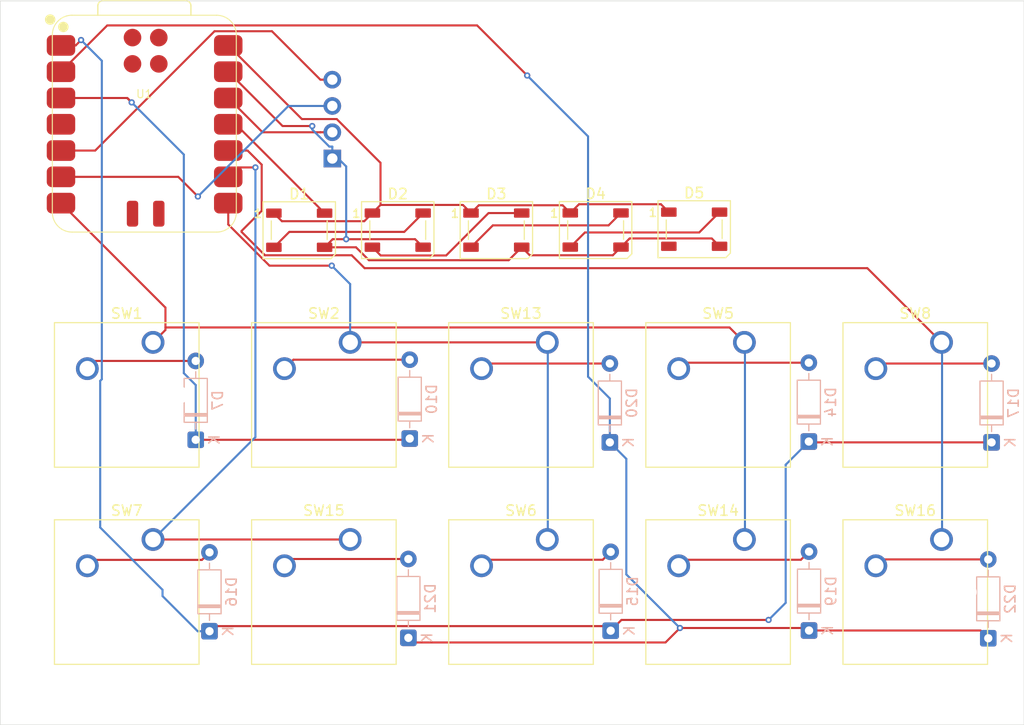
<source format=kicad_pcb>
(kicad_pcb (version 20241229) (generator "pcbnew") (generator_version "9.0")
  (layers (0 "F.Cu" signal) (2 "B.Cu" signal) (13 "F.Paste" user) (15 "B.Paste" user) (5 "F.SilkS" user "F.Silkscreen") (7 "B.SilkS" user "B.Silkscreen") (1 "F.Mask" user) (3 "B.Mask" user) (25 "Edge.Cuts" user))
  (net 0 "")
  (net 1 "VBUS")
  (net 2 "GND")
  (net 3 "LED")
  (net 4 "Net-(D1-DOUT)")
  (net 5 "Net-(D2-DOUT)")
  (net 6 "Net-(D3-DOUT)")
  (net 7 "Net-(D4-DOUT)")
  (net 8 "Net-(D5-DOUT)")
  (net 9 "Net-(D7-A)")
  (net 10 "R2")
  (net 12 "Net-(D10-A)")
  (net 13 "R0")
  (net 14 "Net-(D14-A)")
  (net 15 "Net-(D15-A)")
  (net 16 "Net-(D16-A)")
  (net 17 "Net-(D17-A)")
  (net 18 "R1")
  (net 19 "Net-(D19-A)")
  (net 20 "Net-(D20-A)")
  (net 21 "Net-(D21-A)")
  (net 22 "Net-(D22-A)")
  (net 23 "C0")
  (net 24 "C1")
  (net 25 "C2")
  (net 26 "C3")
  (net 27 "3V3")
  (net 28 "SDA")
  (net 29 "SCL")
  (footprint "Button_Switch_Keyboard:SW_Cherry_MX_1.00u_PCB" (layer "F.Cu") (at 85.8838 63.9762)
    (property "Reference" "SW2" (at -2.54 -2.794 0) (layer "F.SilkS"))
    (property "Value" "SW_Push")
    (fp_line (start -9.525 -1.905) (end 4.445 -1.905) (stroke (width 0.12)) (layer "F.SilkS"))
    (fp_line (start -9.525 12.065) (end -9.525 -1.905) (stroke (width 0.12)) (layer "F.SilkS"))
    (fp_line (start 4.445 -1.905) (end 4.445 12.065) (stroke (width 0.12)) (layer "F.SilkS"))
    (fp_line (start 4.445 12.065) (end -9.525 12.065) (stroke (width 0.12)) (layer "F.SilkS"))
    (pad "" np_thru_hole circle (at -7.62 5.08) (size 1.7 1.7) (drill 1.7) (layers "*.Cu" "*.Mask"))
    (pad "" np_thru_hole circle (at -2.54 5.08) (size 4 4) (drill 4) (layers "*.Cu" "*.Mask"))
    (pad "" np_thru_hole circle (at 2.54 5.08) (size 1.7 1.7) (drill 1.7) (layers "*.Cu" "*.Mask"))
    (pad "1" thru_hole circle (at 0 0) (size 2.2 2.2) (drill 1.5) (layers "*.Cu" "*.Mask") (net 24 "C1"))
    (pad "2" thru_hole circle (at -6.35 2.54) (size 2.2 2.2) (drill 1.5) (layers "*.Cu" "*.Mask") (net 12 "Net-(D10-A)"))
  )
  (footprint "Button_Switch_Keyboard:SW_Cherry_MX_1.00u_PCB" (layer "F.Cu") (at 85.8838 83.0262)
    (property "Reference" "SW15" (at -2.54 -2.794 0) (layer "F.SilkS"))
    (property "Value" "SW_Push")
    (fp_line (start -9.525 -1.905) (end 4.445 -1.905) (stroke (width 0.12)) (layer "F.SilkS"))
    (fp_line (start -9.525 12.065) (end -9.525 -1.905) (stroke (width 0.12)) (layer "F.SilkS"))
    (fp_line (start 4.445 -1.905) (end 4.445 12.065) (stroke (width 0.12)) (layer "F.SilkS"))
    (fp_line (start 4.445 12.065) (end -9.525 12.065) (stroke (width 0.12)) (layer "F.SilkS"))
    (pad "" np_thru_hole circle (at -7.62 5.08) (size 1.7 1.7) (drill 1.7) (layers "*.Cu" "*.Mask"))
    (pad "" np_thru_hole circle (at -2.54 5.08) (size 4 4) (drill 4) (layers "*.Cu" "*.Mask"))
    (pad "" np_thru_hole circle (at 2.54 5.08) (size 1.7 1.7) (drill 1.7) (layers "*.Cu" "*.Mask"))
    (pad "1" thru_hole circle (at 0 0) (size 2.2 2.2) (drill 1.5) (layers "*.Cu" "*.Mask") (net 25 "C2"))
    (pad "2" thru_hole circle (at -6.35 2.54) (size 2.2 2.2) (drill 1.5) (layers "*.Cu" "*.Mask") (net 21 "Net-(D21-A)"))
  )
  (footprint "LED_SMD:LED_WS2812B_PLCC4_5.0x5.0mm_P3.2mm" (layer "F.Cu") (at 109.6063 53.1187)
    (property "Reference" "D4" (at 0 -3.5 0) (layer "F.SilkS"))
    (property "Value" "WS2812B")
    (fp_line (start -3.5 -2.75) (end -3.5 2.75) (stroke (width 0.12)) (layer "F.SilkS"))
    (fp_line (start -3.5 -2.75) (end 3.5 -2.75) (stroke (width 0.12)) (layer "F.SilkS"))
    (fp_line (start -3.5 2.75) (end 3.05 2.75) (stroke (width 0.12)) (layer "F.SilkS"))
    (fp_line (start -2.7 0.9) (end -2.7 -0.9) (stroke (width 0.12)) (layer "F.SilkS"))
    (fp_line (start 2.7 0.9) (end 2.7 -0.9) (stroke (width 0.12)) (layer "F.SilkS"))
    (fp_line (start 3.05 2.75) (end 3.5 2.3) (stroke (width 0.12)) (layer "F.SilkS"))
    (fp_line (start 3.5 2.3) (end 3.5 -2.75) (stroke (width 0.12)) (layer "F.SilkS"))
    (fp_text user "1" (at -4 -1.6 0) (layer "F.SilkS") (effects (font (size 0.8 0.8))))
    (pad "1" smd roundrect (at -2.45 -1.65) (size 1.5 0.9) (layers "F.Cu" "F.Mask" "F.Paste") (roundrect_rratio 0.1) (net 1 "VBUS"))
    (pad "2" smd roundrect (at -2.45 1.65) (size 1.5 0.9) (layers "F.Cu" "F.Mask" "F.Paste") (roundrect_rratio 0.1) (net 7 "Net-(D4-DOUT)"))
    (pad "3" smd roundrect (at 2.45 1.65) (size 1.5 0.9) (layers "F.Cu" "F.Mask" "F.Paste") (roundrect_rratio 0.1) (net 2 "GND"))
    (pad "4" smd roundrect (at 2.45 -1.65) (size 1.5 0.9) (layers "F.Cu" "F.Mask" "F.Paste") (roundrect_rratio 0.1) (net 6 "Net-(D3-DOUT)"))
  )
  (footprint "Button_Switch_Keyboard:SW_Cherry_MX_1.00u_PCB" (layer "F.Cu") (at 143.0338 63.9762)
    (property "Reference" "SW8" (at -2.54 -2.794 0) (layer "F.SilkS"))
    (property "Value" "SW_Push")
    (fp_line (start -9.525 -1.905) (end 4.445 -1.905) (stroke (width 0.12)) (layer "F.SilkS"))
    (fp_line (start -9.525 12.065) (end -9.525 -1.905) (stroke (width 0.12)) (layer "F.SilkS"))
    (fp_line (start 4.445 -1.905) (end 4.445 12.065) (stroke (width 0.12)) (layer "F.SilkS"))
    (fp_line (start 4.445 12.065) (end -9.525 12.065) (stroke (width 0.12)) (layer "F.SilkS"))
    (pad "" np_thru_hole circle (at -7.62 5.08) (size 1.7 1.7) (drill 1.7) (layers "*.Cu" "*.Mask"))
    (pad "" np_thru_hole circle (at -2.54 5.08) (size 4 4) (drill 4) (layers "*.Cu" "*.Mask"))
    (pad "" np_thru_hole circle (at 2.54 5.08) (size 1.7 1.7) (drill 1.7) (layers "*.Cu" "*.Mask"))
    (pad "1" thru_hole circle (at 0 0) (size 2.2 2.2) (drill 1.5) (layers "*.Cu" "*.Mask") (net 26 "C3"))
    (pad "2" thru_hole circle (at -6.35 2.54) (size 2.2 2.2) (drill 1.5) (layers "*.Cu" "*.Mask") (net 17 "Net-(D17-A)"))
  )
  (footprint "Button_Switch_Keyboard:SW_Cherry_MX_1.00u_PCB" (layer "F.Cu") (at 66.8338 63.9762)
    (property "Reference" "SW1" (at -2.54 -2.794 0) (layer "F.SilkS"))
    (property "Value" "SW_Push")
    (fp_line (start -9.525 -1.905) (end 4.445 -1.905) (stroke (width 0.12)) (layer "F.SilkS"))
    (fp_line (start -9.525 12.065) (end -9.525 -1.905) (stroke (width 0.12)) (layer "F.SilkS"))
    (fp_line (start 4.445 -1.905) (end 4.445 12.065) (stroke (width 0.12)) (layer "F.SilkS"))
    (fp_line (start 4.445 12.065) (end -9.525 12.065) (stroke (width 0.12)) (layer "F.SilkS"))
    (pad "" np_thru_hole circle (at -7.62 5.08) (size 1.7 1.7) (drill 1.7) (layers "*.Cu" "*.Mask"))
    (pad "" np_thru_hole circle (at -2.54 5.08) (size 4 4) (drill 4) (layers "*.Cu" "*.Mask"))
    (pad "" np_thru_hole circle (at 2.54 5.08) (size 1.7 1.7) (drill 1.7) (layers "*.Cu" "*.Mask"))
    (pad "1" thru_hole circle (at 0 0) (size 2.2 2.2) (drill 1.5) (layers "*.Cu" "*.Mask") (net 23 "C0"))
    (pad "2" thru_hole circle (at -6.35 2.54) (size 2.2 2.2) (drill 1.5) (layers "*.Cu" "*.Mask") (net 9 "Net-(D7-A)"))
  )
  (footprint "Button_Switch_Keyboard:SW_Cherry_MX_1.00u_PCB" (layer "F.Cu") (at 123.9838 83.0262)
    (property "Reference" "SW14" (at -2.54 -2.794 0) (layer "F.SilkS"))
    (property "Value" "SW_Push")
    (fp_line (start -9.525 -1.905) (end 4.445 -1.905) (stroke (width 0.12)) (layer "F.SilkS"))
    (fp_line (start -9.525 12.065) (end -9.525 -1.905) (stroke (width 0.12)) (layer "F.SilkS"))
    (fp_line (start 4.445 -1.905) (end 4.445 12.065) (stroke (width 0.12)) (layer "F.SilkS"))
    (fp_line (start 4.445 12.065) (end -9.525 12.065) (stroke (width 0.12)) (layer "F.SilkS"))
    (pad "" np_thru_hole circle (at -7.62 5.08) (size 1.7 1.7) (drill 1.7) (layers "*.Cu" "*.Mask"))
    (pad "" np_thru_hole circle (at -2.54 5.08) (size 4 4) (drill 4) (layers "*.Cu" "*.Mask"))
    (pad "" np_thru_hole circle (at 2.54 5.08) (size 1.7 1.7) (drill 1.7) (layers "*.Cu" "*.Mask"))
    (pad "1" thru_hole circle (at 0 0) (size 2.2 2.2) (drill 1.5) (layers "*.Cu" "*.Mask") (net 23 "C0"))
    (pad "2" thru_hole circle (at -6.35 2.54) (size 2.2 2.2) (drill 1.5) (layers "*.Cu" "*.Mask") (net 19 "Net-(D19-A)"))
  )
  (footprint "Button_Switch_Keyboard:SW_Cherry_MX_1.00u_PCB" (layer "F.Cu") (at 143.0338 83.0262)
    (property "Reference" "SW16" (at -2.54 -2.794 0) (layer "F.SilkS"))
    (property "Value" "SW_Push")
    (fp_line (start -9.525 -1.905) (end 4.445 -1.905) (stroke (width 0.12)) (layer "F.SilkS"))
    (fp_line (start -9.525 12.065) (end -9.525 -1.905) (stroke (width 0.12)) (layer "F.SilkS"))
    (fp_line (start 4.445 -1.905) (end 4.445 12.065) (stroke (width 0.12)) (layer "F.SilkS"))
    (fp_line (start 4.445 12.065) (end -9.525 12.065) (stroke (width 0.12)) (layer "F.SilkS"))
    (pad "" np_thru_hole circle (at -7.62 5.08) (size 1.7 1.7) (drill 1.7) (layers "*.Cu" "*.Mask"))
    (pad "" np_thru_hole circle (at -2.54 5.08) (size 4 4) (drill 4) (layers "*.Cu" "*.Mask"))
    (pad "" np_thru_hole circle (at 2.54 5.08) (size 1.7 1.7) (drill 1.7) (layers "*.Cu" "*.Mask"))
    (pad "1" thru_hole circle (at 0 0) (size 2.2 2.2) (drill 1.5) (layers "*.Cu" "*.Mask") (net 26 "C3"))
    (pad "2" thru_hole circle (at -6.35 2.54) (size 2.2 2.2) (drill 1.5) (layers "*.Cu" "*.Mask") (net 22 "Net-(D22-A)"))
  )
  (footprint "Seeed Studio XIAO:XIAO-RP2040-SMD" (layer "F.Cu") (at 65.938 42.9)
    (property "Reference" "U1" (at -0.808 -2.47 0) (layer "F.SilkS") (effects (font (size 0.78232 0.78232) (thickness 0.10668)) (justify left bottom)))
    (property "Value" "XIAO-RP2040-DIP")
    (fp_line (start -8.835 8.513) (end -8.835 -8.632) (stroke (width 0.1)) (layer "F.SilkS"))
    (fp_line (start -6.93 10.418) (end 7.04 10.418) (stroke (width 0.1)) (layer "F.SilkS"))
    (fp_line (start -4.44 -10.537) (end -4.436272 -11.447272) (stroke (width 0.127)) (layer "F.SilkS"))
    (fp_line (start -3.936272 -11.947) (end 4.059 -11.947) (stroke (width 0.127)) (layer "F.SilkS"))
    (fp_line (start 4.559 -11.447) (end 4.559 -10.537) (stroke (width 0.127)) (layer "F.SilkS"))
    (fp_line (start 7.04 -10.537) (end -6.93 -10.537) (stroke (width 0.1)) (layer "F.SilkS"))
    (fp_line (start 8.945 8.513) (end 8.945 -8.632) (stroke (width 0.1)) (layer "F.SilkS"))
    (fp_arc (start -8.835 -8.636) (mid -8.277038 -9.983038) (end -6.93 -10.541) (stroke (width 0.1)) (layer "F.SilkS"))
    (fp_arc (start -6.93 10.418) (mid -8.277038 9.860038) (end -8.835 8.513) (stroke (width 0.1)) (layer "F.SilkS"))
    (fp_arc (start -4.436272 -11.447272) (mid -4.289724 -11.800644) (end -3.936272 -11.947) (stroke (width 0.127)) (layer "F.SilkS"))
    (fp_arc (start 4.059 -11.947) (mid 4.412553 -11.800553) (end 4.559 -11.447) (stroke (width 0.127)) (layer "F.SilkS"))
    (fp_arc (start 7.04 -10.537) (mid 8.387038 -9.979038) (end 8.945 -8.632) (stroke (width 0.1)) (layer "F.SilkS"))
    (fp_arc (start 8.945 8.513) (mid 8.387038 9.860038) (end 7.04 10.418) (stroke (width 0.1)) (layer "F.SilkS"))
    (fp_circle (center -9.045 -10.121) (end -9.045 -10.375) (stroke (width 0.5)) (fill yes) (layer "F.SilkS"))
    (fp_circle (center -7.771 -9.404) (end -7.771 -9.658) (stroke (width 0.5)) (fill yes) (layer "F.SilkS"))
    (pad "1" smd roundrect (at -8 -7.62) (size 2.75 2) (layers "F.Cu" "F.Mask" "F.Paste") (net 13 "R0"))
    (pad "2" smd roundrect (at -8 -5.08) (size 2.75 2) (layers "F.Cu" "F.Mask" "F.Paste") (net 18 "R1"))
    (pad "3" smd roundrect (at -8 -2.54) (size 2.75 2) (layers "F.Cu" "F.Mask" "F.Paste") (net 10 "R2"))
    (pad "4" smd roundrect (at -8 0) (size 2.75 2) (layers "F.Cu" "F.Mask" "F.Paste"))
    (pad "5" smd roundrect (at -8 2.54) (size 2.75 2) (layers "F.Cu" "F.Mask" "F.Paste") (net 28 "SDA"))
    (pad "6" smd roundrect (at -8 5.08) (size 2.75 2) (layers "F.Cu" "F.Mask" "F.Paste") (net 29 "SCL"))
    (pad "7" smd roundrect (at -8 7.62) (size 2.75 2) (layers "F.Cu" "F.Mask" "F.Paste") (net 23 "C0"))
    (pad "8" smd roundrect (at 8.165 7.62) (size 2.75 2) (layers "F.Cu" "F.Mask" "F.Paste") (net 24 "C1"))
    (pad "9" smd roundrect (at 8.165 5.08) (size 2.75 2) (layers "F.Cu" "F.Mask" "F.Paste") (net 25 "C2"))
    (pad "10" smd roundrect (at 8.165 2.54) (size 2.75 2) (layers "F.Cu" "F.Mask" "F.Paste") (net 26 "C3"))
    (pad "11" smd roundrect (at 8.165 0) (size 2.75 2) (layers "F.Cu" "F.Mask" "F.Paste") (net 3 "LED"))
    (pad "12" smd roundrect (at 8.165 -2.54) (size 2.75 2) (layers "F.Cu" "F.Mask" "F.Paste") (net 27 "3V3"))
    (pad "13" smd roundrect (at 8.165 -5.08) (size 2.75 2) (layers "F.Cu" "F.Mask" "F.Paste") (net 2 "GND"))
    (pad "14" smd roundrect (at 8.165 -7.62) (size 2.75 2) (layers "F.Cu" "F.Mask" "F.Paste") (net 1 "VBUS"))
    (pad "15" smd roundrect (at -1.088 8.64 270) (size 2.5 1.1) (layers "F.Cu" "F.Mask" "F.Paste"))
    (pad "16" smd roundrect (at 1.452 8.64 270) (size 2.5 1.1) (layers "F.Cu" "F.Mask" "F.Paste"))
    (pad "17" smd circle (at -1.088 -8.378) (size 1.7 1.7) (layers "F.Cu" "F.Mask" "F.Paste"))
    (pad "18" smd circle (at 1.452 -8.378) (size 1.7 1.7) (layers "F.Cu" "F.Mask" "F.Paste"))
    (pad "19" smd circle (at -1.088 -5.838) (size 1.7 1.7) (layers "F.Cu" "F.Mask" "F.Paste"))
    (pad "20" smd circle (at 1.452 -5.838) (size 1.7 1.7) (layers "F.Cu" "F.Mask" "F.Paste"))
  )
  (footprint "LED_SMD:LED_WS2812B_PLCC4_5.0x5.0mm_P3.2mm" (layer "F.Cu") (at 80.9625 53.1387)
    (property "Reference" "D1" (at 0 -3.5 0) (layer "F.SilkS"))
    (property "Value" "WS2812B")
    (fp_line (start -3.5 -2.75) (end -3.5 2.75) (stroke (width 0.12)) (layer "F.SilkS"))
    (fp_line (start -3.5 -2.75) (end 3.5 -2.75) (stroke (width 0.12)) (layer "F.SilkS"))
    (fp_line (start -3.5 2.75) (end 3.05 2.75) (stroke (width 0.12)) (layer "F.SilkS"))
    (fp_line (start -2.7 0.9) (end -2.7 -0.9) (stroke (width 0.12)) (layer "F.SilkS"))
    (fp_line (start 2.7 0.9) (end 2.7 -0.9) (stroke (width 0.12)) (layer "F.SilkS"))
    (fp_line (start 3.05 2.75) (end 3.5 2.3) (stroke (width 0.12)) (layer "F.SilkS"))
    (fp_line (start 3.5 2.3) (end 3.5 -2.75) (stroke (width 0.12)) (layer "F.SilkS"))
    (fp_text user "1" (at -4 -1.6 0) (layer "F.SilkS") (effects (font (size 0.8 0.8))))
    (pad "1" smd roundrect (at -2.45 -1.65) (size 1.5 0.9) (layers "F.Cu" "F.Mask" "F.Paste") (roundrect_rratio 0.1) (net 1 "VBUS"))
    (pad "2" smd roundrect (at -2.45 1.65) (size 1.5 0.9) (layers "F.Cu" "F.Mask" "F.Paste") (roundrect_rratio 0.1) (net 4 "Net-(D1-DOUT)"))
    (pad "3" smd roundrect (at 2.45 1.65) (size 1.5 0.9) (layers "F.Cu" "F.Mask" "F.Paste") (roundrect_rratio 0.1) (net 2 "GND"))
    (pad "4" smd roundrect (at 2.45 -1.65) (size 1.5 0.9) (layers "F.Cu" "F.Mask" "F.Paste") (roundrect_rratio 0.1) (net 3 "LED"))
  )
  (footprint "Button_Switch_Keyboard:SW_Cherry_MX_1.00u_PCB" (layer "F.Cu") (at 104.9338 63.9762)
    (property "Reference" "SW13" (at -2.54 -2.794 0) (layer "F.SilkS"))
    (property "Value" "SW_Push")
    (fp_line (start -9.525 -1.905) (end 4.445 -1.905) (stroke (width 0.12)) (layer "F.SilkS"))
    (fp_line (start -9.525 12.065) (end -9.525 -1.905) (stroke (width 0.12)) (layer "F.SilkS"))
    (fp_line (start 4.445 -1.905) (end 4.445 12.065) (stroke (width 0.12)) (layer "F.SilkS"))
    (fp_line (start 4.445 12.065) (end -9.525 12.065) (stroke (width 0.12)) (layer "F.SilkS"))
    (pad "" np_thru_hole circle (at -7.62 5.08) (size 1.7 1.7) (drill 1.7) (layers "*.Cu" "*.Mask"))
    (pad "" np_thru_hole circle (at -2.54 5.08) (size 4 4) (drill 4) (layers "*.Cu" "*.Mask"))
    (pad "" np_thru_hole circle (at 2.54 5.08) (size 1.7 1.7) (drill 1.7) (layers "*.Cu" "*.Mask"))
    (pad "1" thru_hole circle (at 0 0) (size 2.2 2.2) (drill 1.5) (layers "*.Cu" "*.Mask") (net 24 "C1"))
    (pad "2" thru_hole circle (at -6.35 2.54) (size 2.2 2.2) (drill 1.5) (layers "*.Cu" "*.Mask") (net 20 "Net-(D20-A)"))
  )
  (footprint "Keebs4:OLED_128x32" (layer "F.Cu") (at 82.56 36.41)
    (property "Reference" "J1" (hide yes))
    (property "Value" "OLED_128x32")
    (pad "1" thru_hole rect (at 1.6 9.8 180) (size 1.7 1.7) (drill 1) (layers "*.Cu" "*.Mask") (net 2 "GND"))
    (pad "2" thru_hole oval (at 1.6 7.26 180) (size 1.7 1.7) (drill 1) (layers "*.Cu" "*.Mask") (net 27 "3V3"))
    (pad "3" thru_hole oval (at 1.6 4.72 180) (size 1.7 1.7) (drill 1) (layers "*.Cu" "*.Mask") (net 29 "SCL"))
    (pad "4" thru_hole oval (at 1.6 2.18 180) (size 1.7 1.7) (drill 1) (layers "*.Cu" "*.Mask") (net 28 "SDA"))
  )
  (footprint "LED_SMD:LED_WS2812B_PLCC4_5.0x5.0mm_P3.2mm" (layer "F.Cu") (at 119.1313 53.04)
    (property "Reference" "D5" (at 0 -3.5 0) (layer "F.SilkS"))
    (property "Value" "WS2812B")
    (fp_line (start -3.5 -2.75) (end -3.5 2.75) (stroke (width 0.12)) (layer "F.SilkS"))
    (fp_line (start -3.5 -2.75) (end 3.5 -2.75) (stroke (width 0.12)) (layer "F.SilkS"))
    (fp_line (start -3.5 2.75) (end 3.05 2.75) (stroke (width 0.12)) (layer "F.SilkS"))
    (fp_line (start -2.7 0.9) (end -2.7 -0.9) (stroke (width 0.12)) (layer "F.SilkS"))
    (fp_line (start 2.7 0.9) (end 2.7 -0.9) (stroke (width 0.12)) (layer "F.SilkS"))
    (fp_line (start 3.05 2.75) (end 3.5 2.3) (stroke (width 0.12)) (layer "F.SilkS"))
    (fp_line (start 3.5 2.3) (end 3.5 -2.75) (stroke (width 0.12)) (layer "F.SilkS"))
    (fp_text user "1" (at -4 -1.6 0) (layer "F.SilkS") (effects (font (size 0.8 0.8))))
    (pad "1" smd roundrect (at -2.45 -1.65) (size 1.5 0.9) (layers "F.Cu" "F.Mask" "F.Paste") (roundrect_rratio 0.1) (net 1 "VBUS"))
    (pad "2" smd roundrect (at -2.45 1.65) (size 1.5 0.9) (layers "F.Cu" "F.Mask" "F.Paste") (roundrect_rratio 0.1) (net 8 "Net-(D5-DOUT)"))
    (pad "3" smd roundrect (at 2.45 1.65) (size 1.5 0.9) (layers "F.Cu" "F.Mask" "F.Paste") (roundrect_rratio 0.1) (net 2 "GND"))
    (pad "4" smd roundrect (at 2.45 -1.65) (size 1.5 0.9) (layers "F.Cu" "F.Mask" "F.Paste") (roundrect_rratio 0.1) (net 7 "Net-(D4-DOUT)"))
  )
  (footprint "Button_Switch_Keyboard:SW_Cherry_MX_1.00u_PCB" (layer "F.Cu") (at 66.8338 83.0262)
    (property "Reference" "SW7" (at -2.54 -2.794 0) (layer "F.SilkS"))
    (property "Value" "SW_Push")
    (fp_line (start -9.525 -1.905) (end 4.445 -1.905) (stroke (width 0.12)) (layer "F.SilkS"))
    (fp_line (start -9.525 12.065) (end -9.525 -1.905) (stroke (width 0.12)) (layer "F.SilkS"))
    (fp_line (start 4.445 -1.905) (end 4.445 12.065) (stroke (width 0.12)) (layer "F.SilkS"))
    (fp_line (start 4.445 12.065) (end -9.525 12.065) (stroke (width 0.12)) (layer "F.SilkS"))
    (pad "" np_thru_hole circle (at -7.62 5.08) (size 1.7 1.7) (drill 1.7) (layers "*.Cu" "*.Mask"))
    (pad "" np_thru_hole circle (at -2.54 5.08) (size 4 4) (drill 4) (layers "*.Cu" "*.Mask"))
    (pad "" np_thru_hole circle (at 2.54 5.08) (size 1.7 1.7) (drill 1.7) (layers "*.Cu" "*.Mask"))
    (pad "1" thru_hole circle (at 0 0) (size 2.2 2.2) (drill 1.5) (layers "*.Cu" "*.Mask") (net 25 "C2"))
    (pad "2" thru_hole circle (at -6.35 2.54) (size 2.2 2.2) (drill 1.5) (layers "*.Cu" "*.Mask") (net 16 "Net-(D16-A)"))
  )
  (footprint "LED_SMD:LED_WS2812B_PLCC4_5.0x5.0mm_P3.2mm" (layer "F.Cu") (at 100.0125 53.1287)
    (property "Reference" "D3" (at 0 -3.5 0) (layer "F.SilkS"))
    (property "Value" "WS2812B")
    (fp_line (start -3.5 -2.75) (end -3.5 2.75) (stroke (width 0.12)) (layer "F.SilkS"))
    (fp_line (start -3.5 -2.75) (end 3.5 -2.75) (stroke (width 0.12)) (layer "F.SilkS"))
    (fp_line (start -3.5 2.75) (end 3.05 2.75) (stroke (width 0.12)) (layer "F.SilkS"))
    (fp_line (start -2.7 0.9) (end -2.7 -0.9) (stroke (width 0.12)) (layer "F.SilkS"))
    (fp_line (start 2.7 0.9) (end 2.7 -0.9) (stroke (width 0.12)) (layer "F.SilkS"))
    (fp_line (start 3.05 2.75) (end 3.5 2.3) (stroke (width 0.12)) (layer "F.SilkS"))
    (fp_line (start 3.5 2.3) (end 3.5 -2.75) (stroke (width 0.12)) (layer "F.SilkS"))
    (fp_text user "1" (at -4 -1.6 0) (layer "F.SilkS") (effects (font (size 0.8 0.8))))
    (pad "1" smd roundrect (at -2.45 -1.65) (size 1.5 0.9) (layers "F.Cu" "F.Mask" "F.Paste") (roundrect_rratio 0.1) (net 1 "VBUS"))
    (pad "2" smd roundrect (at -2.45 1.65) (size 1.5 0.9) (layers "F.Cu" "F.Mask" "F.Paste") (roundrect_rratio 0.1) (net 6 "Net-(D3-DOUT)"))
    (pad "3" smd roundrect (at 2.45 1.65) (size 1.5 0.9) (layers "F.Cu" "F.Mask" "F.Paste") (roundrect_rratio 0.1) (net 2 "GND"))
    (pad "4" smd roundrect (at 2.45 -1.65) (size 1.5 0.9) (layers "F.Cu" "F.Mask" "F.Paste") (roundrect_rratio 0.1) (net 5 "Net-(D2-DOUT)"))
  )
  (footprint "LED_SMD:LED_WS2812B_PLCC4_5.0x5.0mm_P3.2mm" (layer "F.Cu") (at 90.4838 53.1287)
    (property "Reference" "D2" (at 0 -3.5 0) (layer "F.SilkS"))
    (property "Value" "WS2812B")
    (fp_line (start -3.5 -2.75) (end -3.5 2.75) (stroke (width 0.12)) (layer "F.SilkS"))
    (fp_line (start -3.5 -2.75) (end 3.5 -2.75) (stroke (width 0.12)) (layer "F.SilkS"))
    (fp_line (start -3.5 2.75) (end 3.05 2.75) (stroke (width 0.12)) (layer "F.SilkS"))
    (fp_line (start -2.7 0.9) (end -2.7 -0.9) (stroke (width 0.12)) (layer "F.SilkS"))
    (fp_line (start 2.7 0.9) (end 2.7 -0.9) (stroke (width 0.12)) (layer "F.SilkS"))
    (fp_line (start 3.05 2.75) (end 3.5 2.3) (stroke (width 0.12)) (layer "F.SilkS"))
    (fp_line (start 3.5 2.3) (end 3.5 -2.75) (stroke (width 0.12)) (layer "F.SilkS"))
    (fp_text user "1" (at -4 -1.6 0) (layer "F.SilkS") (effects (font (size 0.8 0.8))))
    (pad "1" smd roundrect (at -2.45 -1.65) (size 1.5 0.9) (layers "F.Cu" "F.Mask" "F.Paste") (roundrect_rratio 0.1) (net 1 "VBUS"))
    (pad "2" smd roundrect (at -2.45 1.65) (size 1.5 0.9) (layers "F.Cu" "F.Mask" "F.Paste") (roundrect_rratio 0.1) (net 5 "Net-(D2-DOUT)"))
    (pad "3" smd roundrect (at 2.45 1.65) (size 1.5 0.9) (layers "F.Cu" "F.Mask" "F.Paste") (roundrect_rratio 0.1) (net 2 "GND"))
    (pad "4" smd roundrect (at 2.45 -1.65) (size 1.5 0.9) (layers "F.Cu" "F.Mask" "F.Paste") (roundrect_rratio 0.1) (net 4 "Net-(D1-DOUT)"))
  )
  (footprint "Button_Switch_Keyboard:SW_Cherry_MX_1.00u_PCB" (layer "F.Cu") (at 104.9338 83.0262)
    (property "Reference" "SW6" (at -2.54 -2.794 0) (layer "F.SilkS"))
    (property "Value" "SW_Push")
    (fp_line (start -9.525 -1.905) (end 4.445 -1.905) (stroke (width 0.12)) (layer "F.SilkS"))
    (fp_line (start -9.525 12.065) (end -9.525 -1.905) (stroke (width 0.12)) (layer "F.SilkS"))
    (fp_line (start 4.445 -1.905) (end 4.445 12.065) (stroke (width 0.12)) (layer "F.SilkS"))
    (fp_line (start 4.445 12.065) (end -9.525 12.065) (stroke (width 0.12)) (layer "F.SilkS"))
    (pad "" np_thru_hole circle (at -7.62 5.08) (size 1.7 1.7) (drill 1.7) (layers "*.Cu" "*.Mask"))
    (pad "" np_thru_hole circle (at -2.54 5.08) (size 4 4) (drill 4) (layers "*.Cu" "*.Mask"))
    (pad "" np_thru_hole circle (at 2.54 5.08) (size 1.7 1.7) (drill 1.7) (layers "*.Cu" "*.Mask"))
    (pad "1" thru_hole circle (at 0 0) (size 2.2 2.2) (drill 1.5) (layers "*.Cu" "*.Mask") (net 24 "C1"))
    (pad "2" thru_hole circle (at -6.35 2.54) (size 2.2 2.2) (drill 1.5) (layers "*.Cu" "*.Mask") (net 15 "Net-(D15-A)"))
  )
  (footprint "Button_Switch_Keyboard:SW_Cherry_MX_1.00u_PCB" (layer "F.Cu") (at 123.9838 63.9762)
    (property "Reference" "SW5" (at -2.54 -2.794 0) (layer "F.SilkS"))
    (property "Value" "SW_Push")
    (fp_line (start -9.525 -1.905) (end 4.445 -1.905) (stroke (width 0.12)) (layer "F.SilkS"))
    (fp_line (start -9.525 12.065) (end -9.525 -1.905) (stroke (width 0.12)) (layer "F.SilkS"))
    (fp_line (start 4.445 -1.905) (end 4.445 12.065) (stroke (width 0.12)) (layer "F.SilkS"))
    (fp_line (start 4.445 12.065) (end -9.525 12.065) (stroke (width 0.12)) (layer "F.SilkS"))
    (pad "" np_thru_hole circle (at -7.62 5.08) (size 1.7 1.7) (drill 1.7) (layers "*.Cu" "*.Mask"))
    (pad "" np_thru_hole circle (at -2.54 5.08) (size 4 4) (drill 4) (layers "*.Cu" "*.Mask"))
    (pad "" np_thru_hole circle (at 2.54 5.08) (size 1.7 1.7) (drill 1.7) (layers "*.Cu" "*.Mask"))
    (pad "1" thru_hole circle (at 0 0) (size 2.2 2.2) (drill 1.5) (layers "*.Cu" "*.Mask") (net 23 "C0"))
    (pad "2" thru_hole circle (at -6.35 2.54) (size 2.2 2.2) (drill 1.5) (layers "*.Cu" "*.Mask") (net 14 "Net-(D14-A)"))
  )
  (footprint "Diode_THT:D_DO-35_SOD27_P7.62mm_Horizontal" (layer "B.Cu") (at 91.64 73.27 90)
    (property "Reference" "D10" (at 3.81 2.12 90) (layer "B.SilkS") (effects (justify mirror)))
    (property "Value" "1N4148")
    (fp_line (start 6.58 0) (end 5.93 0) (stroke (width 0.12)) (layer "B.SilkS"))
    (fp_line (start 1.04 0) (end 1.69 0) (stroke (width 0.12)) (layer "B.SilkS"))
    (fp_line (start 2.53 1.12) (end 2.53 -1.12) (stroke (width 0.12)) (layer "B.SilkS"))
    (fp_line (start 2.41 1.12) (end 2.41 -1.12) (stroke (width 0.12)) (layer "B.SilkS"))
    (fp_line (start 2.29 1.12) (end 2.29 -1.12) (stroke (width 0.12)) (layer "B.SilkS"))
    (fp_rect (start 1.69 1.12) (end 5.93 -1.12) (stroke (width 0.12)) (fill no) (layer "B.SilkS"))
    (fp_text user "K" (at 0 1.8 90) (layer "B.SilkS") (effects (justify mirror)))
    (pad "1" thru_hole roundrect (at 0 0 90) (size 1.6 1.6) (drill 0.8) (layers "*.Cu" "*.Mask") (roundrect_rratio 0.15625) (net 10 "R2"))
    (pad "2" thru_hole circle (at 7.62 0 90) (size 1.6 1.6) (drill 0.8) (layers "*.Cu" "*.Mask") (net 12 "Net-(D10-A)"))
  )
  (footprint "Diode_THT:D_DO-35_SOD27_P7.62mm_Horizontal" (layer "B.Cu") (at 110.98 73.64 90)
    (property "Reference" "D20" (at 3.81 2.12 90) (layer "B.SilkS") (effects (justify mirror)))
    (property "Value" "1N4148")
    (fp_line (start 6.58 0) (end 5.93 0) (stroke (width 0.12)) (layer "B.SilkS"))
    (fp_line (start 1.04 0) (end 1.69 0) (stroke (width 0.12)) (layer "B.SilkS"))
    (fp_line (start 2.53 1.12) (end 2.53 -1.12) (stroke (width 0.12)) (layer "B.SilkS"))
    (fp_line (start 2.41 1.12) (end 2.41 -1.12) (stroke (width 0.12)) (layer "B.SilkS"))
    (fp_line (start 2.29 1.12) (end 2.29 -1.12) (stroke (width 0.12)) (layer "B.SilkS"))
    (fp_rect (start 1.69 1.12) (end 5.93 -1.12) (stroke (width 0.12)) (fill no) (layer "B.SilkS"))
    (fp_text user "K" (at 0 1.8 90) (layer "B.SilkS") (effects (justify mirror)))
    (pad "1" thru_hole roundrect (at 0 0 90) (size 1.6 1.6) (drill 0.8) (layers "*.Cu" "*.Mask") (roundrect_rratio 0.15625) (net 18 "R1"))
    (pad "2" thru_hole circle (at 7.62 0 90) (size 1.6 1.6) (drill 0.8) (layers "*.Cu" "*.Mask") (net 20 "Net-(D20-A)"))
  )
  (footprint "Diode_THT:D_DO-35_SOD27_P7.62mm_Horizontal" (layer "B.Cu") (at 147.55 92.57 90)
    (property "Reference" "D22" (at 3.81 2.12 90) (layer "B.SilkS") (effects (justify mirror)))
    (property "Value" "1N4148")
    (fp_line (start 6.58 0) (end 5.93 0) (stroke (width 0.12)) (layer "B.SilkS"))
    (fp_line (start 1.04 0) (end 1.69 0) (stroke (width 0.12)) (layer "B.SilkS"))
    (fp_line (start 2.53 1.12) (end 2.53 -1.12) (stroke (width 0.12)) (layer "B.SilkS"))
    (fp_line (start 2.41 1.12) (end 2.41 -1.12) (stroke (width 0.12)) (layer "B.SilkS"))
    (fp_line (start 2.29 1.12) (end 2.29 -1.12) (stroke (width 0.12)) (layer "B.SilkS"))
    (fp_rect (start 1.69 1.12) (end 5.93 -1.12) (stroke (width 0.12)) (fill no) (layer "B.SilkS"))
    (fp_text user "K" (at 0 1.8 90) (layer "B.SilkS") (effects (justify mirror)))
    (pad "1" thru_hole roundrect (at 0 0 90) (size 1.6 1.6) (drill 0.8) (layers "*.Cu" "*.Mask") (roundrect_rratio 0.15625) (net 18 "R1"))
    (pad "2" thru_hole circle (at 7.62 0 90) (size 1.6 1.6) (drill 0.8) (layers "*.Cu" "*.Mask") (net 22 "Net-(D22-A)"))
  )
  (footprint "Diode_THT:D_DO-35_SOD27_P7.62mm_Horizontal" (layer "B.Cu") (at 72.29 91.89 90)
    (property "Reference" "D16" (at 3.81 2.12 90) (layer "B.SilkS") (effects (justify mirror)))
    (property "Value" "1N4148")
    (fp_line (start 6.58 0) (end 5.93 0) (stroke (width 0.12)) (layer "B.SilkS"))
    (fp_line (start 1.04 0) (end 1.69 0) (stroke (width 0.12)) (layer "B.SilkS"))
    (fp_line (start 2.53 1.12) (end 2.53 -1.12) (stroke (width 0.12)) (layer "B.SilkS"))
    (fp_line (start 2.41 1.12) (end 2.41 -1.12) (stroke (width 0.12)) (layer "B.SilkS"))
    (fp_line (start 2.29 1.12) (end 2.29 -1.12) (stroke (width 0.12)) (layer "B.SilkS"))
    (fp_rect (start 1.69 1.12) (end 5.93 -1.12) (stroke (width 0.12)) (fill no) (layer "B.SilkS"))
    (fp_text user "K" (at 0 1.8 90) (layer "B.SilkS") (effects (justify mirror)))
    (pad "1" thru_hole roundrect (at 0 0 90) (size 1.6 1.6) (drill 0.8) (layers "*.Cu" "*.Mask") (roundrect_rratio 0.15625) (net 13 "R0"))
    (pad "2" thru_hole circle (at 7.62 0 90) (size 1.6 1.6) (drill 0.8) (layers "*.Cu" "*.Mask") (net 16 "Net-(D16-A)"))
  )
  (footprint "Diode_THT:D_DO-35_SOD27_P7.62mm_Horizontal" (layer "B.Cu") (at 130.23 91.82 90)
    (property "Reference" "D19" (at 3.81 2.12 90) (layer "B.SilkS") (effects (justify mirror)))
    (property "Value" "1N4148")
    (fp_line (start 6.58 0) (end 5.93 0) (stroke (width 0.12)) (layer "B.SilkS"))
    (fp_line (start 1.04 0) (end 1.69 0) (stroke (width 0.12)) (layer "B.SilkS"))
    (fp_line (start 2.53 1.12) (end 2.53 -1.12) (stroke (width 0.12)) (layer "B.SilkS"))
    (fp_line (start 2.41 1.12) (end 2.41 -1.12) (stroke (width 0.12)) (layer "B.SilkS"))
    (fp_line (start 2.29 1.12) (end 2.29 -1.12) (stroke (width 0.12)) (layer "B.SilkS"))
    (fp_rect (start 1.69 1.12) (end 5.93 -1.12) (stroke (width 0.12)) (fill no) (layer "B.SilkS"))
    (fp_text user "K" (at 0 1.8 90) (layer "B.SilkS") (effects (justify mirror)))
    (pad "1" thru_hole roundrect (at 0 0 90) (size 1.6 1.6) (drill 0.8) (layers "*.Cu" "*.Mask") (roundrect_rratio 0.15625) (net 18 "R1"))
    (pad "2" thru_hole circle (at 7.62 0 90) (size 1.6 1.6) (drill 0.8) (layers "*.Cu" "*.Mask") (net 19 "Net-(D19-A)"))
  )
  (footprint "Diode_THT:D_DO-35_SOD27_P7.62mm_Horizontal" (layer "B.Cu") (at 111.06 91.84 90)
    (property "Reference" "D15" (at 3.81 2.12 90) (layer "B.SilkS") (effects (justify mirror)))
    (property "Value" "1N4148")
    (fp_line (start 6.58 0) (end 5.93 0) (stroke (width 0.12)) (layer "B.SilkS"))
    (fp_line (start 1.04 0) (end 1.69 0) (stroke (width 0.12)) (layer "B.SilkS"))
    (fp_line (start 2.53 1.12) (end 2.53 -1.12) (stroke (width 0.12)) (layer "B.SilkS"))
    (fp_line (start 2.41 1.12) (end 2.41 -1.12) (stroke (width 0.12)) (layer "B.SilkS"))
    (fp_line (start 2.29 1.12) (end 2.29 -1.12) (stroke (width 0.12)) (layer "B.SilkS"))
    (fp_rect (start 1.69 1.12) (end 5.93 -1.12) (stroke (width 0.12)) (fill no) (layer "B.SilkS"))
    (fp_text user "K" (at 0 1.8 90) (layer "B.SilkS") (effects (justify mirror)))
    (pad "1" thru_hole roundrect (at 0 0 90) (size 1.6 1.6) (drill 0.8) (layers "*.Cu" "*.Mask") (roundrect_rratio 0.15625) (net 13 "R0"))
    (pad "2" thru_hole circle (at 7.62 0 90) (size 1.6 1.6) (drill 0.8) (layers "*.Cu" "*.Mask") (net 15 "Net-(D15-A)"))
  )
  (footprint "Diode_THT:D_DO-35_SOD27_P7.62mm_Horizontal" (layer "B.Cu") (at 147.87 73.64 90)
    (property "Reference" "D17" (at 3.81 2.12 90) (layer "B.SilkS") (effects (justify mirror)))
    (property "Value" "1N4148")
    (fp_line (start 6.58 0) (end 5.93 0) (stroke (width 0.12)) (layer "B.SilkS"))
    (fp_line (start 1.04 0) (end 1.69 0) (stroke (width 0.12)) (layer "B.SilkS"))
    (fp_line (start 2.53 1.12) (end 2.53 -1.12) (stroke (width 0.12)) (layer "B.SilkS"))
    (fp_line (start 2.41 1.12) (end 2.41 -1.12) (stroke (width 0.12)) (layer "B.SilkS"))
    (fp_line (start 2.29 1.12) (end 2.29 -1.12) (stroke (width 0.12)) (layer "B.SilkS"))
    (fp_rect (start 1.69 1.12) (end 5.93 -1.12) (stroke (width 0.12)) (fill no) (layer "B.SilkS"))
    (fp_text user "K" (at 0 1.8 90) (layer "B.SilkS") (effects (justify mirror)))
    (pad "1" thru_hole roundrect (at 0 0 90) (size 1.6 1.6) (drill 0.8) (layers "*.Cu" "*.Mask") (roundrect_rratio 0.15625) (net 13 "R0"))
    (pad "2" thru_hole circle (at 7.62 0 90) (size 1.6 1.6) (drill 0.8) (layers "*.Cu" "*.Mask") (net 17 "Net-(D17-A)"))
  )
  (footprint "Diode_THT:D_DO-35_SOD27_P7.62mm_Horizontal" (layer "B.Cu") (at 130.21 73.56 90)
    (property "Reference" "D14" (at 3.81 2.12 90) (layer "B.SilkS") (effects (justify mirror)))
    (property "Value" "1N4148")
    (fp_line (start 6.58 0) (end 5.93 0) (stroke (width 0.12)) (layer "B.SilkS"))
    (fp_line (start 1.04 0) (end 1.69 0) (stroke (width 0.12)) (layer "B.SilkS"))
    (fp_line (start 2.53 1.12) (end 2.53 -1.12) (stroke (width 0.12)) (layer "B.SilkS"))
    (fp_line (start 2.41 1.12) (end 2.41 -1.12) (stroke (width 0.12)) (layer "B.SilkS"))
    (fp_line (start 2.29 1.12) (end 2.29 -1.12) (stroke (width 0.12)) (layer "B.SilkS"))
    (fp_rect (start 1.69 1.12) (end 5.93 -1.12) (stroke (width 0.12)) (fill no) (layer "B.SilkS"))
    (fp_text user "K" (at 0 1.8 90) (layer "B.SilkS") (effects (justify mirror)))
    (pad "1" thru_hole roundrect (at 0 0 90) (size 1.6 1.6) (drill 0.8) (layers "*.Cu" "*.Mask") (roundrect_rratio 0.15625) (net 13 "R0"))
    (pad "2" thru_hole circle (at 7.62 0 90) (size 1.6 1.6) (drill 0.8) (layers "*.Cu" "*.Mask") (net 14 "Net-(D14-A)"))
  )
  (footprint "Diode_THT:D_DO-35_SOD27_P7.62mm_Horizontal" (layer "B.Cu") (at 70.96 73.39 90)
    (property "Reference" "D7" (at 3.81 2.12 90) (layer "B.SilkS") (effects (justify mirror)))
    (property "Value" "1N4148")
    (fp_line (start 6.58 0) (end 5.93 0) (stroke (width 0.12)) (layer "B.SilkS"))
    (fp_line (start 1.04 0) (end 1.69 0) (stroke (width 0.12)) (layer "B.SilkS"))
    (fp_line (start 2.53 1.12) (end 2.53 -1.12) (stroke (width 0.12)) (layer "B.SilkS"))
    (fp_line (start 2.41 1.12) (end 2.41 -1.12) (stroke (width 0.12)) (layer "B.SilkS"))
    (fp_line (start 2.29 1.12) (end 2.29 -1.12) (stroke (width 0.12)) (layer "B.SilkS"))
    (fp_rect (start 1.69 1.12) (end 5.93 -1.12) (stroke (width 0.12)) (fill no) (layer "B.SilkS"))
    (fp_text user "K" (at 0 1.8 90) (layer "B.SilkS") (effects (justify mirror)))
    (pad "1" thru_hole roundrect (at 0 0 90) (size 1.6 1.6) (drill 0.8) (layers "*.Cu" "*.Mask") (roundrect_rratio 0.15625) (net 10 "R2"))
    (pad "2" thru_hole circle (at 7.62 0 90) (size 1.6 1.6) (drill 0.8) (layers "*.Cu" "*.Mask") (net 9 "Net-(D7-A)"))
  )
  (footprint "Diode_THT:D_DO-35_SOD27_P7.62mm_Horizontal" (layer "B.Cu") (at 91.51 92.53 90)
    (property "Reference" "D21" (at 3.81 2.12 90) (layer "B.SilkS") (effects (justify mirror)))
    (property "Value" "1N4148")
    (fp_line (start 6.58 0) (end 5.93 0) (stroke (width 0.12)) (layer "B.SilkS"))
    (fp_line (start 1.04 0) (end 1.69 0) (stroke (width 0.12)) (layer "B.SilkS"))
    (fp_line (start 2.53 1.12) (end 2.53 -1.12) (stroke (width 0.12)) (layer "B.SilkS"))
    (fp_line (start 2.41 1.12) (end 2.41 -1.12) (stroke (width 0.12)) (layer "B.SilkS"))
    (fp_line (start 2.29 1.12) (end 2.29 -1.12) (stroke (width 0.12)) (layer "B.SilkS"))
    (fp_rect (start 1.69 1.12) (end 5.93 -1.12) (stroke (width 0.12)) (fill no) (layer "B.SilkS"))
    (fp_text user "K" (at 0 1.8 90) (layer "B.SilkS") (effects (justify mirror)))
    (pad "1" thru_hole roundrect (at 0 0 90) (size 1.6 1.6) (drill 0.8) (layers "*.Cu" "*.Mask") (roundrect_rratio 0.15625) (net 18 "R1"))
    (pad "2" thru_hole circle (at 7.62 0 90) (size 1.6 1.6) (drill 0.8) (layers "*.Cu" "*.Mask") (net 21 "Net-(D21-A)"))
  )
  (gr_rect (start 52.07 30.98) (end 151 100.93) (stroke (width 0.05)) (fill no) (layer "Edge.Cuts"))
  (segment (start 88.8177 46.626) (end 84.5887 42.397) (width 0.2) (layer "F.Cu") (net 1))
  (segment (start 84.5887 42.397) (end 81.22 42.397) (width 0.2) (layer "F.Cu") (net 1))
  (segment (start 107.1563 51.4687) (end 106.4143 50.7267) (width 0.2) (layer "F.Cu") (net 1))
  (segment (start 88.8177 50.6948) (end 88.8177 46.626) (width 0.2) (layer "F.Cu") (net 1))
  (segment (start 78.5125 51.4887) (end 79.2892 52.2654) (width 0.2) (layer "F.Cu") (net 1))
  (segment (start 87.2471 52.2654) (end 88.0338 51.4787) (width 0.2) (layer "F.Cu") (net 1))
  (segment (start 98.3145 50.7267) (end 97.5625 51.4787) (width 0.2) (layer "F.Cu") (net 1))
  (segment (start 107.1563 51.4687) (end 107.9988 50.6262) (width 0.2) (layer "F.Cu") (net 1))
  (segment (start 115.9175 50.6262) (end 116.6813 51.39) (width 0.2) (layer "F.Cu") (net 1))
  (segment (start 79.2892 52.2654) (end 87.2471 52.2654) (width 0.2) (layer "F.Cu") (net 1))
  (segment (start 88.8177 50.6948) (end 96.7786 50.6948) (width 0.2) (layer "F.Cu") (net 1))
  (segment (start 96.7786 50.6948) (end 97.5625 51.4787) (width 0.2) (layer "F.Cu") (net 1))
  (segment (start 107.9988 50.6262) (end 115.9175 50.6262) (width 0.2) (layer "F.Cu") (net 1))
  (segment (start 81.22 42.397) (end 74.103 35.28) (width 0.2) (layer "F.Cu") (net 1))
  (segment (start 88.0338 51.4787) (end 88.8177 50.6948) (width 0.2) (layer "F.Cu") (net 1))
  (segment (start 106.4143 50.7267) (end 98.3145 50.7267) (width 0.2) (layer "F.Cu") (net 1))
  (segment (start 103.2411 55.5573) (end 102.4625 54.7787) (width 0.2) (layer "F.Cu") (net 2))
  (segment (start 112.0563 54.7687) (end 111.2677 55.5573) (width 0.2) (layer "F.Cu") (net 2))
  (segment (start 84.1959 54.0053) (end 85.4994 54.0053) (width 0.2) (layer "F.Cu") (net 2))
  (segment (start 120.8224 53.9311) (end 112.8939 53.9311) (width 0.2) (layer "F.Cu") (net 2))
  (segment (start 83.4125 54.7887) (end 84.1959 54.0053) (width 0.2) (layer "F.Cu") (net 2))
  (segment (start 87.7 56.0364) (end 101.2048 56.0364) (width 0.2) (layer "F.Cu") (net 2))
  (segment (start 74.103 37.82) (end 79.353 43.07) (width 0.2) (layer "F.Cu") (net 2))
  (segment (start 92.1604 54.0053) (end 92.9338 54.7787) (width 0.2) (layer "F.Cu") (net 2))
  (segment (start 121.5813 54.69) (end 120.8224 53.9311) (width 0.2) (layer "F.Cu") (net 2))
  (segment (start 83.4125 54.7887) (end 86.4523 54.7887) (width 0.2) (layer "F.Cu") (net 2))
  (segment (start 85.4994 53.9004) (end 85.4994 54.0053) (width 0.2) (layer "F.Cu") (net 2))
  (segment (start 85.4994 53.9004) (end 85.4994 54.0053) (width 0.2) (layer "F.Cu") (net 2))
  (segment (start 111.2677 55.5573) (end 103.2411 55.5573) (width 0.2) (layer "F.Cu") (net 2))
  (segment (start 86.4523 54.7887) (end 87.7 56.0364) (width 0.2) (layer "F.Cu") (net 2))
  (segment (start 101.2048 56.0364) (end 102.4625 54.7787) (width 0.2) (layer "F.Cu") (net 2))
  (segment (start 112.8939 53.9311) (end 112.0563 54.7687) (width 0.2) (layer "F.Cu") (net 2))
  (segment (start 79.353 43.07) (end 82.218 43.07) (width 0.2) (layer "F.Cu") (net 2))
  (segment (start 85.4994 54.0053) (end 92.1604 54.0053) (width 0.2) (layer "F.Cu") (net 2))
  (via (at 85.4994 54.0053) (size 0.6) (drill 0.3) (layers "F.Cu" "B.Cu") (net 2))
  (via (at 82.218 43.07) (size 0.6) (drill 0.3) (layers "F.Cu" "B.Cu") (net 2))
  (segment (start 83.8721 45.0583) (end 84.16 45.0583) (width 0.2) (layer "B.Cu") (net 2))
  (segment (start 82.218 43.4042) (end 83.8721 45.0583) (width 0.2) (layer "B.Cu") (net 2))
  (segment (start 82.218 43.07) (end 82.218 43.4042) (width 0.2) (layer "B.Cu") (net 2))
  (segment (start 85.4994 46.9735) (end 85.4994 53.9004) (width 0.2) (layer "B.Cu") (net 2))
  (segment (start 84.16 45.6341) (end 85.4994 46.9735) (width 0.2) (layer "B.Cu") (net 2))
  (segment (start 84.16 45.6341) (end 84.16 45.0583) (width 0.2) (layer "B.Cu") (net 2))
  (segment (start 85.4994 53.9004) (end 85.4994 54.0053) (width 0.2) (layer "B.Cu") (net 2))
  (segment (start 84.16 46.21) (end 84.16 45.6341) (width 0.2) (layer "B.Cu") (net 2))
  (segment (start 74.103 42.9) (end 74.8238 42.9) (width 0.2) (layer "F.Cu") (net 3))
  (segment (start 74.8238 42.9) (end 83.4125 51.4887) (width 0.2) (layer "F.Cu") (net 3))
  (segment (start 91.1138 53.2987) (end 80.0025 53.2987) (width 0.2) (layer "F.Cu") (net 4))
  (segment (start 92.9338 51.4787) (end 91.1138 53.2987) (width 0.2) (layer "F.Cu") (net 4))
  (segment (start 80.0025 53.2987) (end 78.5125 54.7887) (width 0.2) (layer "F.Cu") (net 4))
  (segment (start 95.16 55.5785) (end 88.8336 55.5785) (width 0.2) (layer "F.Cu") (net 5))
  (segment (start 99.2598 51.4787) (end 95.16 55.5785) (width 0.2) (layer "F.Cu") (net 5))
  (segment (start 102.4625 51.4787) (end 99.2598 51.4787) (width 0.2) (layer "F.Cu") (net 5))
  (segment (start 88.8336 55.5785) (end 88.0338 54.7787) (width 0.2) (layer "F.Cu") (net 5))
  (segment (start 99.6724 52.6688) (end 97.5625 54.7787) (width 0.2) (layer "F.Cu") (net 6))
  (segment (start 110.8562 52.6688) (end 99.6724 52.6688) (width 0.2) (layer "F.Cu") (net 6))
  (segment (start 112.0563 51.4687) (end 110.8562 52.6688) (width 0.2) (layer "F.Cu") (net 6))
  (segment (start 107.1563 54.7687) (end 108.571 53.354) (width 0.2) (layer "F.Cu") (net 7))
  (segment (start 108.571 53.354) (end 119.6173 53.354) (width 0.2) (layer "F.Cu") (net 7))
  (segment (start 119.6173 53.354) (end 121.5813 51.39) (width 0.2) (layer "F.Cu") (net 7))
  (segment (start 61.23 65.77) (end 70.96 65.77) (width 0.2) (layer "F.Cu") (net 9))
  (segment (start 60.4838 66.5162) (end 61.23 65.77) (width 0.2) (layer "F.Cu") (net 9))
  (segment (start 57.938 40.36) (end 64.3417 40.36) (width 0.2) (layer "F.Cu") (net 10))
  (segment (start 91.64 73.27) (end 91.52 73.39) (width 0.2) (layer "F.Cu") (net 10))
  (segment (start 64.3417 40.36) (end 64.7684 40.7867) (width 0.2) (layer "F.Cu") (net 10))
  (segment (start 64.7684 40.7867) (end 64.3417 40.36) (width 0.2) (layer "F.Cu") (net 10))
  (segment (start 64.3417 40.36) (end 64.7684 40.7867) (width 0.2) (layer "F.Cu") (net 10))
  (segment (start 91.52 73.39) (end 70.96 73.39) (width 0.2) (layer "F.Cu") (net 10))
  (via (at 64.7684 40.7867) (size 0.6) (drill 0.3) (layers "F.Cu" "B.Cu") (net 10))
  (segment (start 69.8097 45.828) (end 69.8097 66.9491) (width 0.2) (layer "B.Cu") (net 10))
  (segment (start 69.8097 66.9491) (end 70.96 68.0994) (width 0.2) (layer "B.Cu") (net 10))
  (segment (start 64.7684 40.7867) (end 69.8097 45.828) (width 0.2) (layer "B.Cu") (net 10))
  (segment (start 70.96 68.0994) (end 70.96 73.39) (width 0.2) (layer "B.Cu") (net 10))
  (segment (start 79.5338 66.5162) (end 80.4 65.65) (width 0.2) (layer "F.Cu") (net 12))
  (segment (start 80.4 65.65) (end 91.64 65.65) (width 0.2) (layer "F.Cu") (net 12))
  (segment (start 59.8798 34.7584) (end 59.8472 34.791) (width 0.2) (layer "F.Cu") (net 13))
  (segment (start 59.8472 34.791) (end 59.8798 34.7584) (width 0.2) (layer "F.Cu") (net 13))
  (segment (start 57.938 35.28) (end 59.3582 35.28) (width 0.2) (layer "F.Cu") (net 13))
  (segment (start 72.29 91.89) (end 72.7833 91.3967) (width 0.2) (layer "F.Cu") (net 13))
  (segment (start 112.1005 90.7995) (end 111.06 91.84) (width 0.2) (layer "F.Cu") (net 13))
  (segment (start 110.6167 91.3967) (end 111.06 91.84) (width 0.2) (layer "F.Cu") (net 13))
  (segment (start 130.29 73.64) (end 130.21 73.56) (width 0.2) (layer "F.Cu") (net 13))
  (segment (start 126.3178 90.7995) (end 112.1005 90.7995) (width 0.2) (layer "F.Cu") (net 13))
  (segment (start 72.7833 91.3967) (end 110.6167 91.3967) (width 0.2) (layer "F.Cu") (net 13))
  (segment (start 59.3582 35.28) (end 59.8798 34.7584) (width 0.2) (layer "F.Cu") (net 13))
  (segment (start 147.87 73.64) (end 130.29 73.64) (width 0.2) (layer "F.Cu") (net 13))
  (via (at 126.3178 90.7995) (size 0.6) (drill 0.3) (layers "F.Cu" "B.Cu") (net 13))
  (via (at 59.8798 34.7584) (size 0.6) (drill 0.3) (layers "F.Cu" "B.Cu") (net 13))
  (segment (start 127.9724 75.7976) (end 127.9724 89.1449) (width 0.2) (layer "B.Cu") (net 13))
  (segment (start 61.7283 81.8645) (end 67.7522 87.8884) (width 0.2) (layer "B.Cu") (net 13))
  (segment (start 59.8798 34.7584) (end 59.8472 34.791) (width 0.2) (layer "B.Cu") (net 13))
  (segment (start 71.147 91.89) (end 72.29 91.89) (width 0.2) (layer "B.Cu") (net 13))
  (segment (start 61.7283 67.6963) (end 61.7283 81.8645) (width 0.2) (layer "B.Cu") (net 13))
  (segment (start 59.8798 34.7584) (end 61.8856 36.7642) (width 0.2) (layer "B.Cu") (net 13))
  (segment (start 61.8856 36.7642) (end 61.8856 67.539) (width 0.2) (layer "B.Cu") (net 13))
  (segment (start 67.7522 87.8884) (end 67.7522 88.4952) (width 0.2) (layer "B.Cu") (net 13))
  (segment (start 130.21 73.56) (end 127.9724 75.7976) (width 0.2) (layer "B.Cu") (net 13))
  (segment (start 127.9724 89.1449) (end 126.3178 90.7995) (width 0.2) (layer "B.Cu") (net 13))
  (segment (start 59.8472 34.791) (end 59.8798 34.7584) (width 0.2) (layer "B.Cu") (net 13))
  (segment (start 61.8856 67.539) (end 61.7283 67.6963) (width 0.2) (layer "B.Cu") (net 13))
  (segment (start 67.7522 88.4952) (end 71.147 91.89) (width 0.2) (layer "B.Cu") (net 13))
  (segment (start 130.21 65.94) (end 118.21 65.94) (width 0.2) (layer "F.Cu") (net 14))
  (segment (start 118.21 65.94) (end 117.6338 66.5162) (width 0.2) (layer "F.Cu") (net 14))
  (segment (start 99.1638 84.9862) (end 110.2938 84.9862) (width 0.2) (layer "F.Cu") (net 15))
  (segment (start 110.2938 84.9862) (end 111.06 84.22) (width 0.2) (layer "F.Cu") (net 15))
  (segment (start 98.5838 85.5662) (end 99.1638 84.9862) (width 0.2) (layer "F.Cu") (net 15))
  (segment (start 61.0538 84.9962) (end 71.5638 84.9962) (width 0.2) (layer "F.Cu") (net 16))
  (segment (start 71.5638 84.9962) (end 72.29 84.27) (width 0.2) (layer "F.Cu") (net 16))
  (segment (start 60.4838 85.5662) (end 61.0538 84.9962) (width 0.2) (layer "F.Cu") (net 16))
  (segment (start 147.87 66.02) (end 137.18 66.02) (width 0.2) (layer "F.Cu") (net 17))
  (segment (start 137.18 66.02) (end 136.6838 66.5162) (width 0.2) (layer "F.Cu") (net 17))
  (segment (start 146.8 91.82) (end 147.55 92.57) (width 0.2) (layer "F.Cu") (net 18))
  (segment (start 130.23 91.82) (end 146.8 91.82) (width 0.2) (layer "F.Cu") (net 18))
  (segment (start 62.4121 33.3459) (end 98.1534 33.3459) (width 0.2) (layer "F.Cu") (net 18))
  (segment (start 117.754 91.5802) (end 129.9902 91.5802) (width 0.2) (layer "F.Cu") (net 18))
  (segment (start 117.754 91.5802) (end 116.3586 92.9756) (width 0.2) (layer "F.Cu") (net 18))
  (segment (start 57.938 37.82) (end 62.4121 33.3459) (width 0.2) (layer "F.Cu") (net 18))
  (segment (start 91.9556 92.9756) (end 91.51 92.53) (width 0.2) (layer "F.Cu") (net 18))
  (segment (start 129.9902 91.5802) (end 130.23 91.82) (width 0.2) (layer "F.Cu") (net 18))
  (segment (start 116.3586 92.9756) (end 91.9556 92.9756) (width 0.2) (layer "F.Cu") (net 18))
  (segment (start 98.1534 33.3459) (end 102.993 38.1855) (width 0.2) (layer "F.Cu") (net 18))
  (via (at 102.993 38.1855) (size 0.6) (drill 0.3) (layers "F.Cu" "B.Cu") (net 18))
  (via (at 117.754 91.5802) (size 0.6) (drill 0.3) (layers "F.Cu" "B.Cu") (net 18))
  (segment (start 102.993 38.1855) (end 108.874 44.0665) (width 0.2) (layer "B.Cu") (net 18))
  (segment (start 110.98 73.64) (end 112.5724 75.2324) (width 0.2) (layer "B.Cu") (net 18))
  (segment (start 110.98 69.4002) (end 110.98 73.64) (width 0.2) (layer "B.Cu") (net 18))
  (segment (start 112.5724 75.2324) (end 112.5724 86.3986) (width 0.2) (layer "B.Cu") (net 18))
  (segment (start 108.874 67.2942) (end 110.98 69.4002) (width 0.2) (layer "B.Cu") (net 18))
  (segment (start 108.874 44.0665) (end 108.874 67.2942) (width 0.2) (layer "B.Cu") (net 18))
  (segment (start 112.5724 86.3986) (end 117.754 91.5802) (width 0.2) (layer "B.Cu") (net 18))
  (segment (start 118.2138 84.9862) (end 129.4438 84.9862) (width 0.2) (layer "F.Cu") (net 19))
  (segment (start 117.6338 85.5662) (end 118.2138 84.9862) (width 0.2) (layer "F.Cu") (net 19))
  (segment (start 129.4438 84.9862) (end 130.23 84.2) (width 0.2) (layer "F.Cu") (net 19))
  (segment (start 99.08 66.02) (end 110.98 66.02) (width 0.2) (layer "F.Cu") (net 20))
  (segment (start 98.5838 66.5162) (end 99.08 66.02) (width 0.2) (layer "F.Cu") (net 20))
  (segment (start 91.51 84.91) (end 80.19 84.91) (width 0.2) (layer "F.Cu") (net 21))
  (segment (start 80.19 84.91) (end 79.5338 85.5662) (width 0.2) (layer "F.Cu") (net 21))
  (segment (start 137.3 84.95) (end 136.6838 85.5662) (width 0.2) (layer "F.Cu") (net 22))
  (segment (start 147.55 84.95) (end 137.3 84.95) (width 0.2) (layer "F.Cu") (net 22))
  (segment (start 68.0338 62.7762) (end 66.8338 63.9762) (width 0.2) (layer "F.Cu") (net 23))
  (segment (start 123.9838 63.9762) (end 122.5417 62.5341) (width 0.2) (layer "F.Cu") (net 23))
  (segment (start 68.0338 60.6158) (end 68.0338 62.5341) (width 0.2) (layer "F.Cu") (net 23))
  (segment (start 68.0338 62.7349) (end 68.0338 62.7762) (width 0.2) (layer "F.Cu") (net 23))
  (segment (start 57.938 50.52) (end 68.0338 60.6158) (width 0.2) (layer "F.Cu") (net 23))
  (segment (start 68.0338 62.5341) (end 68.0338 62.7349) (width 0.2) (layer "F.Cu") (net 23))
  (segment (start 122.5417 62.5341) (end 68.0338 62.5341) (width 0.2) (layer "F.Cu") (net 23))
  (segment (start 124.0358 64.0282) (end 123.9838 63.9762) (width 0.2) (layer "B.Cu") (net 23))
  (segment (start 124.0358 82.9742) (end 124.0358 64.0282) (width 0.2) (layer "B.Cu") (net 23))
  (segment (start 123.9838 83.0262) (end 124.0358 82.9742) (width 0.2) (layer "B.Cu") (net 23))
  (segment (start 85.8838 63.9762) (end 104.9338 63.9762) (width 0.2) (layer "F.Cu") (net 24))
  (segment (start 74.103 52.5781) (end 78.0871 56.5622) (width 0.2) (layer "F.Cu") (net 24))
  (segment (start 74.103 50.52) (end 74.103 52.5781) (width 0.2) (layer "F.Cu") (net 24))
  (segment (start 78.0871 56.5622) (end 84.1022 56.5622) (width 0.2) (layer "F.Cu") (net 24))
  (via (at 84.1022 56.5622) (size 0.6) (drill 0.3) (layers "F.Cu" "B.Cu") (net 24))
  (segment (start 104.9338 83.0262) (end 104.9846 82.9754) (width 0.2) (layer "B.Cu") (net 24))
  (segment (start 104.9846 82.9754) (end 104.9846 64.027) (width 0.2) (layer "B.Cu") (net 24))
  (segment (start 85.8838 58.3438) (end 85.8838 63.9762) (width 0.2) (layer "B.Cu") (net 24))
  (segment (start 104.9846 64.027) (end 104.9338 63.9762) (width 0.2) (layer "B.Cu") (net 24))
  (segment (start 84.1022 56.5622) (end 85.8838 58.3438) (width 0.2) (layer "B.Cu") (net 24))
  (segment (start 76.7283 47.0714) (end 75.0116 47.0714) (width 0.2) (layer "F.Cu") (net 25))
  (segment (start 85.8838 83.0262) (end 66.8338 83.0262) (width 0.2) (layer "F.Cu") (net 25))
  (segment (start 75.0116 47.0714) (end 74.103 47.98) (width 0.2) (layer "F.Cu") (net 25))
  (via (at 76.7283 47.0714) (size 0.6) (drill 0.3) (layers "F.Cu" "B.Cu") (net 25))
  (segment (start 76.7283 73.1317) (end 76.7283 47.0714) (width 0.2) (layer "B.Cu") (net 25))
  (segment (start 66.8338 83.0262) (end 76.7283 73.1317) (width 0.2) (layer "B.Cu") (net 25))
  (segment (start 87.2784 56.8059) (end 135.8635 56.8059) (width 0.2) (layer "F.Cu") (net 26))
  (segment (start 77.3348 46.8041) (end 77.3348 51.2643) (width 0.2) (layer "F.Cu") (net 26))
  (segment (start 75.3873 53.2118) (end 75.3873 53.2944) (width 0.2) (layer "F.Cu") (net 26))
  (segment (start 75.9707 45.44) (end 77.3348 46.8041) (width 0.2) (layer "F.Cu") (net 26))
  (segment (start 77.3348 51.2643) (end 75.3873 53.2118) (width 0.2) (layer "F.Cu") (net 26))
  (segment (start 75.3873 53.2944) (end 77.6516 55.5587) (width 0.2) (layer "F.Cu") (net 26))
  (segment (start 135.8635 56.8059) (end 143.0338 63.9762) (width 0.2) (layer "F.Cu") (net 26))
  (segment (start 77.6516 55.5587) (end 86.0312 55.5587) (width 0.2) (layer "F.Cu") (net 26))
  (segment (start 86.0312 55.5587) (end 87.2784 56.8059) (width 0.2) (layer "F.Cu") (net 26))
  (segment (start 74.103 45.44) (end 75.9707 45.44) (width 0.2) (layer "F.Cu") (net 26))
  (segment (start 143.0846 64.027) (end 143.0338 63.9762) (width 0.2) (layer "B.Cu") (net 26))
  (segment (start 143.0846 82.9754) (end 143.0846 64.027) (width 0.2) (layer "B.Cu") (net 26))
  (segment (start 143.0338 83.0262) (end 143.0846 82.9754) (width 0.2) (layer "B.Cu") (net 26))
  (segment (start 74.103 40.36) (end 77.4147 43.6717) (width 0.2) (layer "F.Cu") (net 27))
  (segment (start 83.0066 43.6717) (end 83.0083 43.67) (width 0.2) (layer "F.Cu") (net 27))
  (segment (start 84.16 43.67) (end 83.0083 43.67) (width 0.2) (layer "F.Cu") (net 27))
  (segment (start 77.4147 43.6717) (end 83.0066 43.6717) (width 0.2) (layer "F.Cu") (net 27))
  (segment (start 61.2451 45.44) (end 72.7776 33.9075) (width 0.2) (layer "F.Cu") (net 28))
  (segment (start 72.7776 33.9075) (end 78.3258 33.9075) (width 0.2) (layer "F.Cu") (net 28))
  (segment (start 84.16 38.59) (end 83.0083 38.59) (width 0.2) (layer "F.Cu") (net 28))
  (segment (start 78.3258 33.9075) (end 83.0083 38.59) (width 0.2) (layer "F.Cu") (net 28))
  (segment (start 57.938 45.44) (end 61.2451 45.44) (width 0.2) (layer "F.Cu") (net 28))
  (segment (start 71.1688 49.8775) (end 69.2713 47.98) (width 0.2) (layer "F.Cu") (net 29))
  (segment (start 69.2713 47.98) (end 57.938 47.98) (width 0.2) (layer "F.Cu") (net 29))
  (via (at 71.1688 49.8775) (size 0.6) (drill 0.3) (layers "F.Cu" "B.Cu") (net 29))
  (segment (start 79.9163 41.13) (end 71.1688 49.8775) (width 0.2) (layer "B.Cu") (net 29))
  (segment (start 84.16 41.13) (end 79.9163 41.13) (width 0.2) (layer "B.Cu") (net 29))
)
</source>
